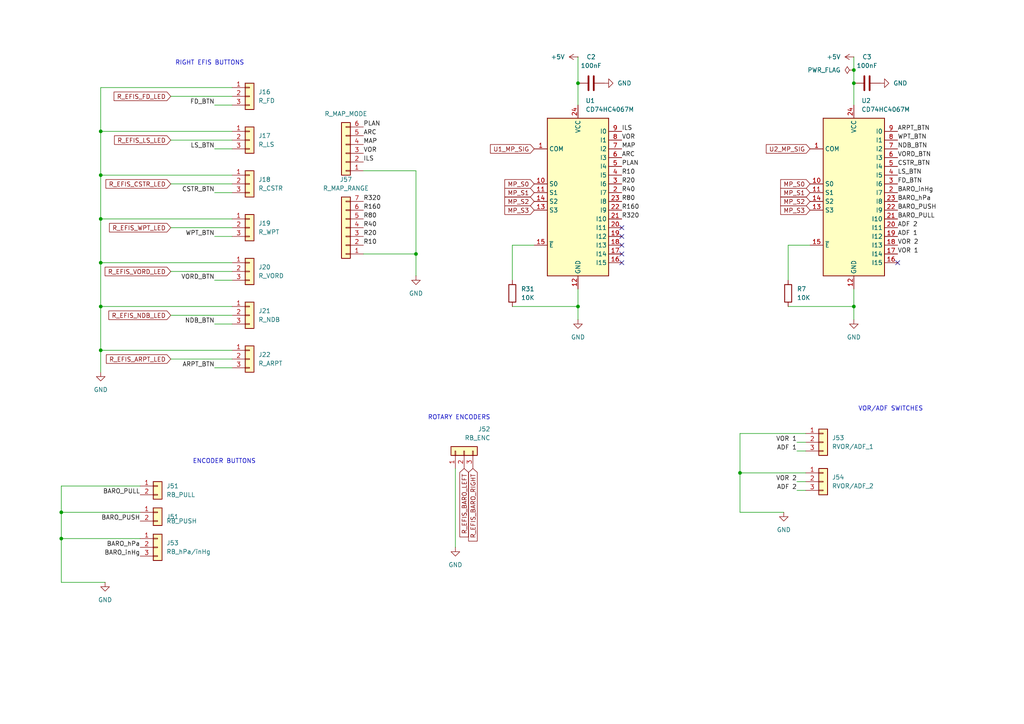
<source format=kicad_sch>
(kicad_sch (version 20250114) (generator "eeschema") (generator_version "9.0")
  (paper "A4")
  (title_block (title "FCU Mainboard schematics") (date "2024-03-05") (rev "1.0"))
  (lib_symbols
    (symbol "74xx:CD74HC4067M"
      (property "Reference" "U" (at -8.89 22.86 0))
      (property "Value" "CD74HC4067M" (at 1.27 22.86 0))
      (symbol "CD74HC4067M_0_1"
        (rectangle (start -8.89 21.59) (end 8.89 -24.13) (stroke (width 0.254)) (fill (type background)))
      )
      (symbol "CD74HC4067M_1_1"
        (pin passive line (at -12.7 12.7 0) (length 3.81) (name "COM") (number "1"))
        (pin input line (at -12.7 2.54 0) (length 3.81) (name "S0") (number "10"))
        (pin input line (at -12.7 0 0) (length 3.81) (name "S1") (number "11"))
        (pin input line (at -12.7 -2.54 0) (length 3.81) (name "S2") (number "14"))
        (pin input line (at -12.7 -5.08 0) (length 3.81) (name "S3") (number "13"))
        (pin input line (at -12.7 -15.24 0) (length 3.81) (name "~{E}") (number "15"))
        (pin power_in line (at 0 25.4 270) (length 3.81) (name "VCC") (number "24"))
        (pin power_in line (at 0 -27.94 90) (length 3.81) (name "GND") (number "12"))
        (pin passive line (at 12.7 17.78 180) (length 3.81) (name "I0") (number "9"))
        (pin passive line (at 12.7 15.24 180) (length 3.81) (name "I1") (number "8"))
        (pin passive line (at 12.7 12.7 180) (length 3.81) (name "I2") (number "7"))
        (pin passive line (at 12.7 10.16 180) (length 3.81) (name "I3") (number "6"))
        (pin passive line (at 12.7 7.62 180) (length 3.81) (name "I4") (number "5"))
        (pin passive line (at 12.7 5.08 180) (length 3.81) (name "I5") (number "4"))
        (pin passive line (at 12.7 2.54 180) (length 3.81) (name "I6") (number "3"))
        (pin passive line (at 12.7 0 180) (length 3.81) (name "I7") (number "2"))
        (pin passive line (at 12.7 -2.54 180) (length 3.81) (name "I8") (number "23"))
        (pin passive line (at 12.7 -5.08 180) (length 3.81) (name "I9") (number "22"))
        (pin passive line (at 12.7 -7.62 180) (length 3.81) (name "I10") (number "21"))
        (pin passive line (at 12.7 -10.16 180) (length 3.81) (name "I11") (number "20"))
        (pin passive line (at 12.7 -12.7 180) (length 3.81) (name "I12") (number "19"))
        (pin passive line (at 12.7 -15.24 180) (length 3.81) (name "I13") (number "18"))
        (pin passive line (at 12.7 -17.78 180) (length 3.81) (name "I14") (number "17"))
        (pin passive line (at 12.7 -20.32 180) (length 3.81) (name "I15") (number "16"))
      )
    )
    (symbol "Connector_Generic:Conn_01x02" (pin_names (offset 1.016) (hide yes))
      (property "Reference" "J" (at 0 2.54 0))
      (property "Value" "Conn_01x02" (at 0 -5.08 0))
      (symbol "Conn_01x02_1_1"
        (rectangle (start -1.27 1.27) (end 1.27 -3.81) (stroke (width 0.254)) (fill (type background)))
        (rectangle (start -1.27 0.127) (end 0 -0.127) (stroke (width 0.1524)))
        (rectangle (start -1.27 -2.413) (end 0 -2.667) (stroke (width 0.1524)))
        (pin passive line (at -5.08 0 0) (length 3.81) (name "Pin_1") (number "1"))
        (pin passive line (at -5.08 -2.54 0) (length 3.81) (name "Pin_2") (number "2"))
      )
    )
    (symbol "Connector_Generic:Conn_01x03" (pin_names (offset 1.016) (hide yes))
      (property "Reference" "J" (at 0 5.08 0))
      (property "Value" "Conn_01x03" (at 0 -5.08 0))
      (symbol "Conn_01x03_1_1"
        (rectangle (start -1.27 3.81) (end 1.27 -3.81) (stroke (width 0.254)) (fill (type background)))
        (rectangle (start -1.27 2.667) (end 0 2.413) (stroke (width 0.1524)))
        (rectangle (start -1.27 0.127) (end 0 -0.127) (stroke (width 0.1524)))
        (rectangle (start -1.27 -2.413) (end 0 -2.667) (stroke (width 0.1524)))
        (pin passive line (at -5.08 2.54 0) (length 3.81) (name "Pin_1") (number "1"))
        (pin passive line (at -5.08 0 0) (length 3.81) (name "Pin_2") (number "2"))
        (pin passive line (at -5.08 -2.54 0) (length 3.81) (name "Pin_3") (number "3"))
      )
    )
    (symbol "Connector_Generic:Conn_01x06" (pin_names (offset 1.016) (hide yes))
      (property "Reference" "J" (at 0 7.62 0))
      (property "Value" "Conn_01x06" (at 0 -10.16 0))
      (symbol "Conn_01x06_1_1"
        (rectangle (start -1.27 6.35) (end 1.27 -8.89) (stroke (width 0.254)) (fill (type background)))
        (rectangle (start -1.27 5.207) (end 0 4.953) (stroke (width 0.1524)))
        (rectangle (start -1.27 2.667) (end 0 2.413) (stroke (width 0.1524)))
        (rectangle (start -1.27 0.127) (end 0 -0.127) (stroke (width 0.1524)))
        (rectangle (start -1.27 -2.413) (end 0 -2.667) (stroke (width 0.1524)))
        (rectangle (start -1.27 -4.953) (end 0 -5.207) (stroke (width 0.1524)))
        (rectangle (start -1.27 -7.493) (end 0 -7.747) (stroke (width 0.1524)))
        (pin passive line (at -5.08 5.08 0) (length 3.81) (name "Pin_1") (number "1"))
        (pin passive line (at -5.08 2.54 0) (length 3.81) (name "Pin_2") (number "2"))
        (pin passive line (at -5.08 0 0) (length 3.81) (name "Pin_3") (number "3"))
        (pin passive line (at -5.08 -2.54 0) (length 3.81) (name "Pin_4") (number "4"))
        (pin passive line (at -5.08 -5.08 0) (length 3.81) (name "Pin_5") (number "5"))
        (pin passive line (at -5.08 -7.62 0) (length 3.81) (name "Pin_6") (number "6"))
      )
    )
    (symbol "Connector_Generic:Conn_01x07" (pin_names (offset 1.016) (hide yes))
      (property "Reference" "J" (at 0 10.16 0))
      (property "Value" "Conn_01x07" (at 0 -10.16 0))
      (symbol "Conn_01x07_1_1"
        (rectangle (start -1.27 8.89) (end 1.27 -8.89) (stroke (width 0.254)) (fill (type background)))
        (rectangle (start -1.27 7.747) (end 0 7.493) (stroke (width 0.1524)))
        (rectangle (start -1.27 5.207) (end 0 4.953) (stroke (width 0.1524)))
        (rectangle (start -1.27 2.667) (end 0 2.413) (stroke (width 0.1524)))
        (rectangle (start -1.27 0.127) (end 0 -0.127) (stroke (width 0.1524)))
        (rectangle (start -1.27 -2.413) (end 0 -2.667) (stroke (width 0.1524)))
        (rectangle (start -1.27 -4.953) (end 0 -5.207) (stroke (width 0.1524)))
        (rectangle (start -1.27 -7.493) (end 0 -7.747) (stroke (width 0.1524)))
        (pin passive line (at -5.08 7.62 0) (length 3.81) (name "Pin_1") (number "1"))
        (pin passive line (at -5.08 5.08 0) (length 3.81) (name "Pin_2") (number "2"))
        (pin passive line (at -5.08 2.54 0) (length 3.81) (name "Pin_3") (number "3"))
        (pin passive line (at -5.08 0 0) (length 3.81) (name "Pin_4") (number "4"))
        (pin passive line (at -5.08 -2.54 0) (length 3.81) (name "Pin_5") (number "5"))
        (pin passive line (at -5.08 -5.08 0) (length 3.81) (name "Pin_6") (number "6"))
        (pin passive line (at -5.08 -7.62 0) (length 3.81) (name "Pin_7") (number "7"))
      )
    )
    (symbol "Device:C" (pin_numbers (hide yes)) (pin_names (offset 0.254))
      (property "Reference" "C" (at 0.635 2.54 0))
      (property "Value" "C" (at 0.635 -2.54 0))
      (symbol "C_0_1"
        (polyline (pts (xy -2.032 0.762) (xy 2.032 0.762)) (stroke (width 0.508)))
        (polyline (pts (xy -2.032 -0.762) (xy 2.032 -0.762)) (stroke (width 0.508)))
      )
      (symbol "C_1_1"
        (pin passive line (at 0 3.81 270) (length 2.794) (name "~") (number "1"))
        (pin passive line (at 0 -3.81 90) (length 2.794) (name "~") (number "2"))
      )
    )
    (symbol "Device:R" (pin_numbers (hide yes)) (pin_names (offset 0))
      (property "Reference" "R" (at 2.032 0 90))
      (property "Value" "R" (at 0 0 90))
      (symbol "R_0_1"
        (rectangle (start -1.016 -2.54) (end 1.016 2.54) (stroke (width 0.254)))
      )
      (symbol "R_1_1"
        (pin passive line (at 0 3.81 270) (length 1.27) (name "~") (number "1"))
        (pin passive line (at 0 -3.81 90) (length 1.27) (name "~") (number "2"))
      )
    )
    (symbol "power:+5V" (power) (pin_numbers (hide yes)) (pin_names (offset 0) (hide yes))
      (property "Value" "+5V" (at 0 3.556 0))
      (symbol "+5V_0_1"
        (polyline (pts (xy -0.762 1.27) (xy 0 2.54)))
        (polyline (pts (xy 0 2.54) (xy 0.762 1.27)))
        (polyline (pts (xy 0 0) (xy 0 2.54)))
      )
      (symbol "+5V_1_1"
        (pin power_in line (at 0 0 90) (length 0) (name "~") (number "1"))
      )
    )
    (symbol "power:GND" (power) (pin_numbers (hide yes)) (pin_names (offset 0) (hide yes))
      (property "Value" "GND" (at 0 -3.81 0))
      (symbol "GND_0_1"
        (polyline (pts (xy 0 0) (xy 0 -1.27) (xy 1.27 -1.27) (xy 0 -2.54) (xy -1.27 -1.27) (xy 0 -1.27)))
      )
      (symbol "GND_1_1"
        (pin power_in line (at 0 0 270) (length 0) (name "~") (number "1"))
      )
    )
    (symbol "power:PWR_FLAG" (power) (pin_numbers (hide yes)) (pin_names (offset 0) (hide yes))
      (property "Value" "PWR_FLAG" (at 0 3.81 0))
      (symbol "PWR_FLAG_0_0"
        (pin power_out line (at 0 0 90) (length 0) (name "~") (number "1"))
      )
      (symbol "PWR_FLAG_0_1"
        (polyline (pts (xy 0 0) (xy 0 1.27) (xy -1.016 1.905) (xy 0 2.54) (xy 1.016 1.905) (xy 0 1.27)))
      )
    )
  )
  (text "ENCODER BUTTONS" (at 55.88 134.62 0) (effects (font (size 1.27 1.27)) (justify left bottom)))
  (text "RIGHT EFIS BUTTONS" (at 50.8 19.05 0) (effects (font (size 1.27 1.27)) (justify left bottom)))
  (text "VOR/ADF SWITCHES" (at 248.92 119.38 0) (effects (font (size 1.27 1.27)) (justify left bottom)))
  (text "ROTARY ENCODERS" (at 142.24 121.92 0) (effects (font (size 1.27 1.27)) (justify right bottom)))
  (junction (at 167.64 24.13))
  (junction (at 29.21 50.8))
  (junction (at 17.78 148.59))
  (junction (at 29.21 88.9))
  (junction (at 29.21 63.5))
  (junction (at 120.65 73.66))
  (junction (at 17.78 156.21))
  (junction (at 29.21 76.2))
  (junction (at 29.21 101.6))
  (junction (at 214.63 137.16))
  (junction (at 247.65 24.13))
  (junction (at 29.21 38.1))
  (junction (at 167.64 88.9))
  (junction (at 247.65 88.9))
  (junction (at 247.65 20.32))
  (no_connect (at 180.34 66.04))
  (no_connect (at 180.34 71.12))
  (no_connect (at 180.34 73.66))
  (no_connect (at 260.35 76.2))
  (no_connect (at 180.34 68.58))
  (no_connect (at 180.34 76.2))
  (wire (pts (xy 29.21 38.1) (xy 29.21 50.8)))
  (wire (pts (xy 29.21 101.6) (xy 67.31 101.6)))
  (wire (pts (xy 49.53 53.34) (xy 67.31 53.34)))
  (wire (pts (xy 40.64 148.59) (xy 17.78 148.59)))
  (wire (pts (xy 67.31 63.5) (xy 29.21 63.5)))
  (wire (pts (xy 49.53 40.64) (xy 67.31 40.64)))
  (wire (pts (xy 167.64 24.13) (xy 167.64 30.48)))
  (wire (pts (xy 120.65 49.53) (xy 120.65 73.66)))
  (wire (pts (xy 154.94 71.12) (xy 148.59 71.12)))
  (wire (pts (xy 17.78 168.91) (xy 17.78 156.21)))
  (wire (pts (xy 62.23 81.28) (xy 67.31 81.28)))
  (wire (pts (xy 49.53 27.94) (xy 67.31 27.94)))
  (wire (pts (xy 17.78 140.97) (xy 17.78 148.59)))
  (wire (pts (xy 67.31 25.4) (xy 29.21 25.4)))
  (wire (pts (xy 132.08 158.75) (xy 132.08 135.89)))
  (wire (pts (xy 228.6 88.9) (xy 247.65 88.9)))
  (wire (pts (xy 62.23 68.58) (xy 67.31 68.58)))
  (wire (pts (xy 228.6 71.12) (xy 228.6 81.28)))
  (wire (pts (xy 40.64 140.97) (xy 17.78 140.97)))
  (wire (pts (xy 247.65 92.71) (xy 247.65 88.9)))
  (wire (pts (xy 49.53 66.04) (xy 67.31 66.04)))
  (wire (pts (xy 49.53 104.14) (xy 67.31 104.14)))
  (wire (pts (xy 29.21 25.4) (xy 29.21 38.1)))
  (wire (pts (xy 247.65 16.51) (xy 247.65 20.32)))
  (wire (pts (xy 231.14 142.24) (xy 233.68 142.24)))
  (wire (pts (xy 234.95 71.12) (xy 228.6 71.12)))
  (wire (pts (xy 29.21 88.9) (xy 29.21 101.6)))
  (wire (pts (xy 29.21 38.1) (xy 67.31 38.1)))
  (wire (pts (xy 120.65 73.66) (xy 120.65 80.01)))
  (wire (pts (xy 67.31 88.9) (xy 29.21 88.9)))
  (wire (pts (xy 62.23 93.98) (xy 67.31 93.98)))
  (wire (pts (xy 29.21 76.2) (xy 29.21 88.9)))
  (wire (pts (xy 17.78 156.21) (xy 40.64 156.21)))
  (wire (pts (xy 247.65 88.9) (xy 247.65 83.82)))
  (wire (pts (xy 148.59 88.9) (xy 167.64 88.9)))
  (wire (pts (xy 167.64 88.9) (xy 167.64 83.82)))
  (wire (pts (xy 62.23 43.18) (xy 67.31 43.18)))
  (wire (pts (xy 29.21 50.8) (xy 29.21 63.5)))
  (wire (pts (xy 29.21 76.2) (xy 67.31 76.2)))
  (wire (pts (xy 29.21 101.6) (xy 29.21 107.95)))
  (wire (pts (xy 167.64 92.71) (xy 167.64 88.9)))
  (wire (pts (xy 231.14 128.27) (xy 233.68 128.27)))
  (wire (pts (xy 214.63 137.16) (xy 214.63 148.59)))
  (wire (pts (xy 62.23 106.68) (xy 67.31 106.68)))
  (wire (pts (xy 62.23 30.48) (xy 67.31 30.48)))
  (wire (pts (xy 247.65 24.13) (xy 247.65 30.48)))
  (wire (pts (xy 214.63 125.73) (xy 214.63 137.16)))
  (wire (pts (xy 29.21 50.8) (xy 67.31 50.8)))
  (wire (pts (xy 17.78 148.59) (xy 17.78 156.21)))
  (wire (pts (xy 105.41 73.66) (xy 120.65 73.66)))
  (wire (pts (xy 148.59 71.12) (xy 148.59 81.28)))
  (wire (pts (xy 214.63 137.16) (xy 233.68 137.16)))
  (wire (pts (xy 214.63 148.59) (xy 227.33 148.59)))
  (wire (pts (xy 231.14 130.81) (xy 233.68 130.81)))
  (wire (pts (xy 247.65 20.32) (xy 247.65 24.13)))
  (wire (pts (xy 49.53 78.74) (xy 67.31 78.74)))
  (wire (pts (xy 214.63 125.73) (xy 233.68 125.73)))
  (wire (pts (xy 231.14 139.7) (xy 233.68 139.7)))
  (wire (pts (xy 17.78 168.91) (xy 30.48 168.91)))
  (wire (pts (xy 167.64 16.51) (xy 167.64 24.13)))
  (wire (pts (xy 29.21 63.5) (xy 29.21 76.2)))
  (wire (pts (xy 49.53 91.44) (xy 67.31 91.44)))
  (wire (pts (xy 62.23 55.88) (xy 67.31 55.88)))
  (wire (pts (xy 105.41 49.53) (xy 120.65 49.53)))
  (label "R80" (at 180.34 58.42 0))
  (label "BARO_inHg" (at 260.35 55.88 0))
  (label "BARO_PUSH" (at 40.64 151.13 180))
  (label "ADF 2" (at 231.14 142.24 180))
  (label "FD_BTN" (at 260.35 53.34 0))
  (label "ADF 1" (at 231.14 130.81 180))
  (label "NDB_BTN" (at 260.35 43.18 0))
  (label "VOR" (at 105.41 44.45 0))
  (label "MAP" (at 105.41 41.91 0))
  (label "ARPT_BTN" (at 260.35 38.1 0))
  (label "VOR 1" (at 231.14 128.27 180))
  (label "R20" (at 105.41 68.58 0))
  (label "ARC" (at 105.41 39.37 0))
  (label "VORD_BTN" (at 62.23 81.28 180))
  (label "R160" (at 105.41 60.96 0))
  (label "ILS" (at 180.34 38.1 0))
  (label "LS_BTN" (at 62.23 43.18 180))
  (label "ILS" (at 105.41 46.99 0))
  (label "ARPT_BTN" (at 62.23 106.68 180))
  (label "BARO_hPa" (at 260.35 58.42 0))
  (label "BARO_inHg" (at 40.64 161.29 180))
  (label "VOR 2" (at 231.14 139.7 180))
  (label "R40" (at 105.41 66.04 0))
  (label "BARO_PULL" (at 260.35 63.5 0))
  (label "R160" (at 180.34 60.96 0))
  (label "R10" (at 180.34 50.8 0))
  (label "PLAN" (at 105.41 36.83 0))
  (label "BARO_hPa" (at 40.64 158.75 180))
  (label "VORD_BTN" (at 260.35 45.72 0))
  (label "WPT_BTN" (at 62.23 68.58 180))
  (label "R10" (at 105.41 71.12 0))
  (label "R80" (at 105.41 63.5 0))
  (label "ARC" (at 180.34 45.72 0))
  (label "MAP" (at 180.34 43.18 0))
  (label "PLAN" (at 180.34 48.26 0))
  (label "WPT_BTN" (at 260.35 40.64 0))
  (label "R320" (at 180.34 63.5 0))
  (label "CSTR_BTN" (at 260.35 48.26 0))
  (label "VOR 2" (at 260.35 71.12 0))
  (label "NDB_BTN" (at 62.23 93.98 180))
  (label "FD_BTN" (at 62.23 30.48 180))
  (label "R20" (at 180.34 53.34 0))
  (label "ADF 1" (at 260.35 68.58 0))
  (label "VOR" (at 180.34 40.64 0))
  (label "BARO_PUSH" (at 260.35 60.96 0))
  (label "CSTR_BTN" (at 62.23 55.88 180))
  (label "ADF 2" (at 260.35 66.04 0))
  (label "R320" (at 105.41 58.42 0))
  (label "R40" (at 180.34 55.88 0))
  (label "LS_BTN" (at 260.35 50.8 0))
  (label "VOR 1" (at 260.35 73.66 0))
  (label "BARO_PULL" (at 40.64 143.51 180))
  (global_label "MP_S3" (shape input) (at 154.94 60.96 180) (property "Intersheetrefs" "${INTERSHEET_REFS}" (effects (hide yes))))
  (global_label "MP_S1" (shape input) (at 234.95 55.88 180) (property "Intersheetrefs" "${INTERSHEET_REFS}" (effects (hide yes))))
  (global_label "U2_MP_SIG" (shape input) (at 234.95 43.18 180) (property "Intersheetrefs" "${INTERSHEET_REFS}" (effects (hide yes))))
  (global_label "R_EFIS_CSTR_LED" (shape input) (at 49.53 53.34 180) (property "Intersheetrefs" "${INTERSHEET_REFS}" (effects (hide yes))))
  (global_label "R_EFIS_ARPT_LED" (shape input) (at 49.53 104.14 180) (property "Intersheetrefs" "${INTERSHEET_REFS}" (effects (hide yes))))
  (global_label "R_EFIS_BARO_RIGHT" (shape input) (at 137.16 135.89 270) (property "Intersheetrefs" "${INTERSHEET_REFS}" (effects (hide yes))))
  (global_label "MP_S2" (shape input) (at 234.95 58.42 180) (property "Intersheetrefs" "${INTERSHEET_REFS}" (effects (hide yes))))
  (global_label "U1_MP_SIG" (shape input) (at 154.94 43.18 180) (property "Intersheetrefs" "${INTERSHEET_REFS}" (effects (hide yes))))
  (global_label "MP_S0" (shape input) (at 234.95 53.34 180) (property "Intersheetrefs" "${INTERSHEET_REFS}" (effects (hide yes))))
  (global_label "MP_S0" (shape input) (at 154.94 53.34 180) (property "Intersheetrefs" "${INTERSHEET_REFS}" (effects (hide yes))))
  (global_label "R_EFIS_FD_LED" (shape input) (at 49.53 27.94 180) (property "Intersheetrefs" "${INTERSHEET_REFS}" (effects (hide yes))))
  (global_label "R_EFIS_WPT_LED" (shape input) (at 49.53 66.04 180) (property "Intersheetrefs" "${INTERSHEET_REFS}" (effects (hide yes))))
  (global_label "R_EFIS_BARO_LEFT" (shape input) (at 134.62 135.89 270) (property "Intersheetrefs" "${INTERSHEET_REFS}" (effects (hide yes))))
  (global_label "MP_S2" (shape input) (at 154.94 58.42 180) (property "Intersheetrefs" "${INTERSHEET_REFS}" (effects (hide yes))))
  (global_label "R_EFIS_NDB_LED" (shape input) (at 49.53 91.44 180) (property "Intersheetrefs" "${INTERSHEET_REFS}" (effects (hide yes))))
  (global_label "R_EFIS_VORD_LED" (shape input) (at 49.53 78.74 180) (property "Intersheetrefs" "${INTERSHEET_REFS}" (effects (hide yes))))
  (global_label "MP_S1" (shape input) (at 154.94 55.88 180) (property "Intersheetrefs" "${INTERSHEET_REFS}" (effects (hide yes))))
  (global_label "R_EFIS_LS_LED" (shape input) (at 49.53 40.64 180) (property "Intersheetrefs" "${INTERSHEET_REFS}" (effects (hide yes))))
  (global_label "MP_S3" (shape input) (at 234.95 60.96 180) (property "Intersheetrefs" "${INTERSHEET_REFS}" (effects (hide yes))))
  (symbol (lib_id "Device:C") (at 251.46 24.13 90) (unit 1)
    (property "Reference" "C3" (at 251.46 16.51 90))
    (property "Value" "100nF" (at 251.46 19.05 90))
    (property "Footprint" "Capacitor_SMD:C_1206_3216Metric_Pad1.33x1.80mm_HandSolder" (effects (hide yes)))
    (property "Description" "Unpolarized capacitor" (effects (hide yes)))
  )
  (symbol (lib_id "power:GND") (at 132.08 158.75 0) (unit 1)
    (property "Reference" "#PWR015" (effects (hide yes)))
    (property "Value" "GND" (at 132.08 163.83 0))
    (property "Description" "Power symbol creates a global label with name \"GND\" , ground" (effects (hide yes)))
  )
  (symbol (lib_id "Connector_Generic:Conn_01x03") (at 72.39 40.64 0) (unit 1)
    (property "Reference" "J17" (at 74.93 39.3699 0) (effects (justify left)))
    (property "Value" "R_LS" (at 74.93 41.9099 0) (effects (justify left)))
    (property "Footprint" "Connector_PinHeader_2.54mm:PinHeader_1x03_P2.54mm_Vertical" (effects (hide yes)))
  )
  (symbol (lib_id "power:GND") (at 227.33 148.59 0) (unit 1)
    (property "Reference" "#PWR018" (effects (hide yes)))
    (property "Value" "GND" (at 227.33 153.67 0))
    (property "Description" "Power symbol creates a global label with name \"GND\" , ground" (effects (hide yes)))
  )
  (symbol (lib_id "power:GND") (at 167.64 92.71 0) (unit 1)
    (property "Reference" "#PWR077" (effects (hide yes)))
    (property "Value" "GND" (at 167.64 97.79 0))
    (property "Description" "Power symbol creates a global label with name \"GND\" , ground" (effects (hide yes)))
  )
  (symbol (lib_id "Connector_Generic:Conn_01x02") (at 45.72 140.97 0) (unit 1)
    (property "Reference" "J38" (at 48.26 140.9699 0) (effects (justify left)))
    (property "Value" "RB_PULL" (at 48.26 143.5099 0) (effects (justify left)))
    (property "Footprint" "Connector_PinHeader_2.54mm:PinHeader_1x02_P2.54mm_Vertical" (effects (hide yes)))
    (instances (project "FCU_Mainboard_v2" (path "" (reference "J51") (unit 1)) (path "" (reference "J38") (unit 1))))
  )
  (symbol (lib_id "power:PWR_FLAG") (at 247.65 20.32 90) (unit 1)
    (property "Reference" "#FLG01" (effects (hide yes)))
    (property "Value" "PWR_FLAG" (at 243.84 20.3199 90) (effects (justify left)))
    (property "Description" "Special symbol for telling ERC where power comes from" (effects (hide yes)))
  )
  (symbol (lib_id "74xx:CD74HC4067M") (at 167.64 55.88 0) (unit 1)
    (property "Reference" "U1" (at 169.8341 29.21 0) (effects (justify left)))
    (property "Value" "CD74HC4067M" (at 169.8341 31.75 0) (effects (justify left)))
    (property "Footprint" "Package_SO:SOIC-24W_7.5x15.4mm_P1.27mm" (effects (hide yes)))
    (property "Datasheet" "http://www.ti.com/lit/ds/symlink/cd74hc4067.pdf" (effects (hide yes)))
    (property "Description" "High-Speed CMOS Logic 16-Channel Analog Multiplexer/Demultiplexer, SOIC-24" (effects (hide yes)))
  )
  (symbol (lib_id "Connector_Generic:Conn_01x03") (at 238.76 139.7 0) (unit 1)
    (property "Reference" "J50" (at 241.3 138.4299 0) (effects (justify left)))
    (property "Value" "RVOR/ADF_2" (at 241.3 140.9699 0) (effects (justify left)))
    (property "Footprint" "Connector_PinHeader_2.54mm:PinHeader_1x03_P2.54mm_Vertical" (effects (hide yes)))
    (instances (project "FCU_Mainboard_v2" (path "" (reference "J54") (unit 1)) (path "" (reference "J50") (unit 1))))
  )
  (symbol (lib_id "Connector_Generic:Conn_01x03") (at 134.62 130.81 90) (unit 1)
    (property "Reference" "J36" (at 142.24 124.46 90) (effects (justify left)))
    (property "Value" "RB_ENC" (at 142.24 127 90) (effects (justify left)))
    (property "Footprint" "Connector_PinHeader_2.54mm:PinHeader_1x03_P2.54mm_Vertical" (effects (hide yes)))
    (instances (project "FCU_Mainboard_v2" (path "" (reference "J52") (unit 1)) (path "" (reference "J36") (unit 1))))
  )
  (symbol (lib_id "Connector_Generic:Conn_01x03") (at 72.39 78.74 0) (unit 1)
    (property "Reference" "J20" (at 74.93 77.4699 0) (effects (justify left)))
    (property "Value" "R_VORD" (at 74.93 80.0099 0) (effects (justify left)))
    (property "Footprint" "Connector_PinHeader_2.54mm:PinHeader_1x03_P2.54mm_Vertical" (effects (hide yes)))
  )
  (symbol (lib_id "Device:C") (at 171.45 24.13 90) (unit 1)
    (property "Reference" "C2" (at 171.45 16.51 90))
    (property "Value" "100nF" (at 171.45 19.05 90))
    (property "Footprint" "Capacitor_SMD:C_1206_3216Metric_Pad1.33x1.80mm_HandSolder" (effects (hide yes)))
    (property "Description" "Unpolarized capacitor" (effects (hide yes)))
  )
  (symbol (lib_id "Connector_Generic:Conn_01x03") (at 72.39 66.04 0) (unit 1)
    (property "Reference" "J19" (at 74.93 64.7699 0) (effects (justify left)))
    (property "Value" "R_WPT" (at 74.93 67.3099 0) (effects (justify left)))
    (property "Footprint" "Connector_PinHeader_2.54mm:PinHeader_1x03_P2.54mm_Vertical" (effects (hide yes)))
  )
  (symbol (lib_id "power:GND") (at 120.65 80.01 0) (unit 1)
    (property "Reference" "#PWR029" (effects (hide yes)))
    (property "Value" "GND" (at 120.65 85.09 0))
    (property "Description" "Power symbol creates a global label with name \"GND\" , ground" (effects (hide yes)))
  )
  (symbol (lib_id "Connector_Generic:Conn_01x03") (at 72.39 53.34 0) (unit 1)
    (property "Reference" "J18" (at 74.93 52.0699 0) (effects (justify left)))
    (property "Value" "R_CSTR" (at 74.93 54.6099 0) (effects (justify left)))
    (property "Footprint" "Connector_PinHeader_2.54mm:PinHeader_1x03_P2.54mm_Vertical" (effects (hide yes)))
  )
  (symbol (lib_id "Connector_Generic:Conn_01x06") (at 100.33 44.45 180) (unit 1)
    (property "Reference" "J51" (effects (hide yes)))
    (property "Value" "R_MAP_MODE" (at 100.33 33.02 0))
    (property "Footprint" "Connector_PinHeader_2.54mm:PinHeader_1x06_P2.54mm_Vertical" (effects (hide yes)))
    (instances (project "FCU_Mainboard_v2" (path "" (reference "J55") (unit 1)) (path "" (reference "J51") (unit 1)) (path "" (reference "J51") (unit 1))))
  )
  (symbol (lib_id "power:GND") (at 29.21 107.95 0) (unit 1)
    (property "Reference" "#PWR014" (effects (hide yes)))
    (property "Value" "GND" (at 29.21 113.03 0))
    (property "Description" "Power symbol creates a global label with name \"GND\" , ground" (effects (hide yes)))
  )
  (symbol (lib_id "Connector_Generic:Conn_01x02") (at 45.72 148.59 0) (unit 1)
    (property "Reference" "J44" (at 48.26 149.8599 0) (effects (justify left)))
    (property "Value" "RB_PUSH" (at 48.26 151.13 0) (effects (justify left)))
    (property "Footprint" "Connector_PinHeader_2.54mm:PinHeader_1x02_P2.54mm_Vertical" (effects (hide yes)))
    (instances (project "FCU_Mainboard_v2" (path "" (reference "J51") (unit 1)) (path "" (reference "J44") (unit 1))))
  )
  (symbol (lib_id "power:GND") (at 30.48 168.91 0) (unit 1)
    (property "Reference" "#PWR016" (effects (hide yes)))
    (property "Value" "GND" (at 30.48 173.99 0))
    (property "Description" "Power symbol creates a global label with name \"GND\" , ground" (effects (hide yes)))
  )
  (symbol (lib_id "Connector_Generic:Conn_01x03") (at 72.39 27.94 0) (unit 1)
    (property "Reference" "J16" (at 74.93 26.6699 0) (effects (justify left)))
    (property "Value" "R_FD" (at 74.93 29.2099 0) (effects (justify left)))
    (property "Footprint" "Connector_PinHeader_2.54mm:PinHeader_1x03_P2.54mm_Vertical" (effects (hide yes)))
  )
  (symbol (lib_id "Connector_Generic:Conn_01x03") (at 72.39 91.44 0) (unit 1)
    (property "Reference" "J21" (at 74.93 90.1699 0) (effects (justify left)))
    (property "Value" "R_NDB" (at 74.93 92.7099 0) (effects (justify left)))
    (property "Footprint" "Connector_PinHeader_2.54mm:PinHeader_1x03_P2.54mm_Vertical" (effects (hide yes)))
  )
  (symbol (lib_id "power:+5V") (at 167.64 16.51 90) (unit 1)
    (property "Reference" "#PWR053" (effects (hide yes)))
    (property "Value" "+5V" (at 163.83 16.5099 90) (effects (justify left)))
    (property "Description" "Power symbol creates a global label with name \"+5V\"" (effects (hide yes)))
  )
  (symbol (lib_id "Connector_Generic:Conn_01x03") (at 238.76 128.27 0) (unit 1)
    (property "Reference" "J49" (at 241.3 126.9999 0) (effects (justify left)))
    (property "Value" "RVOR/ADF_1" (at 241.3 129.5399 0) (effects (justify left)))
    (property "Footprint" "Connector_PinHeader_2.54mm:PinHeader_1x03_P2.54mm_Vertical" (effects (hide yes)))
    (instances (project "FCU_Mainboard_v2" (path "" (reference "J53") (unit 1)) (path "" (reference "J49") (unit 1))))
  )
  (symbol (lib_id "Connector_Generic:Conn_01x07") (at 100.33 66.04 180) (unit 1)
    (property "Reference" "J53" (at 100.33 52.07 0))
    (property "Value" "R_MAP_RANGE" (at 100.33 54.61 0))
    (property "Footprint" "Connector_PinHeader_2.54mm:PinHeader_1x07_P2.54mm_Vertical" (effects (hide yes)))
    (instances (project "FCU_Mainboard_v2" (path "" (reference "J57") (unit 1)) (path "" (reference "J53") (unit 1)) (path "" (reference "J53") (unit 1))))
  )
  (symbol (lib_id "74xx:CD74HC4067M") (at 247.65 55.88 0) (unit 1)
    (property "Reference" "U2" (at 249.8441 29.21 0) (effects (justify left)))
    (property "Value" "CD74HC4067M" (at 249.8441 31.75 0) (effects (justify left)))
    (property "Footprint" "Package_SO:SOIC-24W_7.5x15.4mm_P1.27mm" (effects (hide yes)))
    (property "Datasheet" "http://www.ti.com/lit/ds/symlink/cd74hc4067.pdf" (effects (hide yes)))
    (property "Description" "High-Speed CMOS Logic 16-Channel Analog Multiplexer/Demultiplexer, SOIC-24" (effects (hide yes)))
  )
  (symbol (lib_id "power:GND") (at 247.65 92.71 0) (unit 1)
    (property "Reference" "#PWR021" (effects (hide yes)))
    (property "Value" "GND" (at 247.65 97.79 0))
    (property "Description" "Power symbol creates a global label with name \"GND\" , ground" (effects (hide yes)))
  )
  (symbol (lib_id "power:+5V") (at 247.65 16.51 90) (unit 1)
    (property "Reference" "#PWR013" (effects (hide yes)))
    (property "Value" "+5V" (at 243.84 16.5099 90) (effects (justify left)))
    (property "Description" "Power symbol creates a global label with name \"+5V\"" (effects (hide yes)))
  )
  (symbol (lib_id "Connector_Generic:Conn_01x03") (at 45.72 158.75 0) (unit 1)
    (property "Reference" "J39" (at 48.26 157.4799 0) (effects (justify left)))
    (property "Value" "RB_hPa/inHg" (at 48.26 160.0199 0) (effects (justify left)))
    (property "Footprint" "Connector_PinHeader_2.54mm:PinHeader_1x03_P2.54mm_Vertical" (effects (hide yes)))
    (instances (project "FCU_Mainboard_v2" (path "" (reference "J53") (unit 1)) (path "" (reference "J39") (unit 1))))
  )
  (symbol (lib_id "power:GND") (at 175.26 24.13 90) (unit 1)
    (property "Reference" "#PWR078" (effects (hide yes)))
    (property "Value" "GND" (at 179.07 24.1299 90) (effects (justify right)))
    (property "Description" "Power symbol creates a global label with name \"GND\" , ground" (effects (hide yes)))
  )
  (symbol (lib_id "Device:R") (at 148.59 85.09 0) (unit 1)
    (property "Reference" "R31" (at 151.13 83.8199 0) (effects (justify left)))
    (property "Value" "10K" (at 151.13 86.3599 0) (effects (justify left)))
    (property "Footprint" "Resistor_SMD:R_1206_3216Metric_Pad1.30x1.75mm_HandSolder" (effects (hide yes)))
    (property "Description" "Resistor" (effects (hide yes)))
  )
  (symbol (lib_id "power:GND") (at 255.27 24.13 90) (unit 1)
    (property "Reference" "#PWR054" (effects (hide yes)))
    (property "Value" "GND" (at 259.08 24.1299 90) (effects (justify right)))
    (property "Description" "Power symbol creates a global label with name \"GND\" , ground" (effects (hide yes)))
  )
  (symbol (lib_id "Device:R") (at 228.6 85.09 0) (unit 1)
    (property "Reference" "R7" (at 231.14 83.8199 0) (effects (justify left)))
    (property "Value" "10K" (at 231.14 86.3599 0) (effects (justify left)))
    (property "Footprint" "Resistor_SMD:R_1206_3216Metric_Pad1.30x1.75mm_HandSolder" (effects (hide yes)))
    (property "Description" "Resistor" (effects (hide yes)))
  )
  (symbol (lib_id "Connector_Generic:Conn_01x03") (at 72.39 104.14 0) (unit 1)
    (property "Reference" "J22" (at 74.93 102.8699 0) (effects (justify left)))
    (property "Value" "R_ARPT" (at 74.93 105.4099 0) (effects (justify left)))
    (property "Footprint" "Connector_PinHeader_2.54mm:PinHeader_1x03_P2.54mm_Vertical" (effects (hide yes)))
  )
)
</source>
